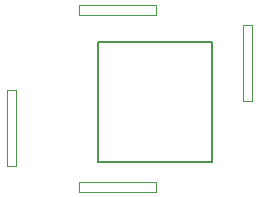
<source format=gbr>
G04*
G04 #@! TF.GenerationSoftware,Altium Limited,Altium Designer,24.9.1 (31)*
G04*
G04 Layer_Color=32768*
%FSLAX25Y25*%
%MOIN*%
G70*
G04*
G04 #@! TF.SameCoordinates,AE1E5416-9686-4E21-8CD7-455353439681*
G04*
G04*
G04 #@! TF.FilePolarity,Positive*
G04*
G01*
G75*
%ADD10C,0.00787*%
%ADD16C,0.00394*%
D10*
X86614Y75394D02*
Y115157D01*
X48425Y75394D02*
X86614D01*
X48425D02*
Y115157D01*
Y115157D02*
X86614D01*
D16*
X18110Y73819D02*
X21260D01*
Y99410D01*
X18110D02*
X21260D01*
X18110Y73819D02*
Y99410D01*
X96850Y95472D02*
X100000D01*
Y121063D01*
X96850D02*
X100000D01*
X96850Y95472D02*
Y121063D01*
X42323Y124409D02*
X67913D01*
X42323D02*
Y127559D01*
X67913D01*
Y124409D02*
Y127559D01*
Y65354D02*
Y68504D01*
X42323D02*
X67913D01*
X42323Y65354D02*
Y68504D01*
Y65354D02*
X67913D01*
M02*

</source>
